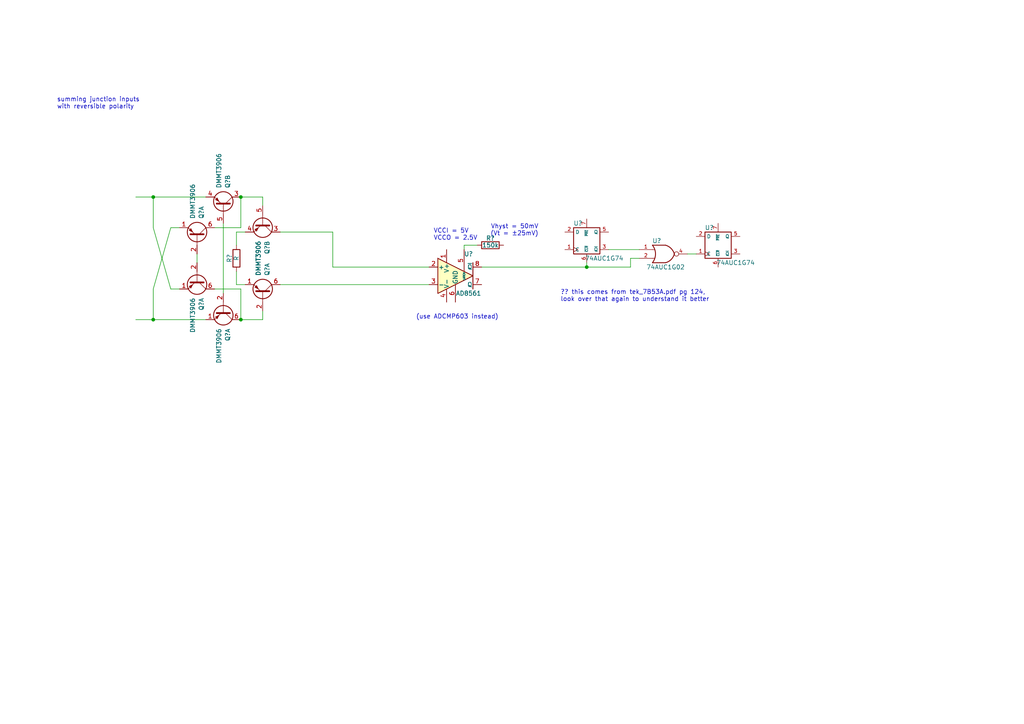
<source format=kicad_sch>
(kicad_sch (version 20200512) (host eeschema "(5.99.0-1651-g301ac3461)")
  (page 1 1)
  (paper "A4")
  (lib_symbols
    (symbol "74xGxx:74AUC1G02"
      (property "Reference" "U" (at -2.54 3.81 0))
      (property "Value" "74AUC1G02" (at 0 -3.81 0))
      (symbol "74AUC1G02_0_1"
        (arc (start -3.81 2.54) (end -3.81 -2.54) (radius (at -6.985 0) (length 4.064) (angles 38.6 -38.6)) (stroke (width 0.254)))
        (arc (start 0 2.54) (end 2.54 0) (radius (at -0.9652 -0.9398) (length 3.6068) (angles 74.4 15)) (stroke (width 0.254)))
        (arc (start 0 -2.54) (end 2.54 0) (radius (at -0.9652 0.9398) (length 3.6068) (angles -74.4 -15)) (stroke (width 0.254)))
        (polyline (pts (xy -3.81 -1.27) (xy -3.175 -1.27)))
        (polyline (pts (xy -3.81 1.27) (xy -3.175 1.27)))
        (polyline (pts (xy 0 -2.54) (xy -3.81 -2.54)) (stroke (width 0.254)) (fill (type background)))
        (polyline (pts (xy 0 2.54) (xy -3.81 2.54)) (stroke (width 0.254)) (fill (type background)))
      )
      (symbol "74AUC1G02_1_1"
        (pin input line (at -7.62 1.27 0) (length 3.81) (name "~") (number "1"))
        (pin input line (at -7.62 -1.27 0) (length 3.81) (name "~") (number "2"))
        (pin power_in line (at 0 -2.54 270) (length 0) (name "GND") (number "3") hide)
        (pin output inverted (at 6.35 0 180) (length 3.81) (name "~") (number "4"))
        (pin power_in line (at 0 2.54 90) (length 0) (name "VCC") (number "5") hide)
      )
    )
    (symbol "74xGxx:74AUC1G74"
      (property "Reference" "U" (at -2.54 5.08 0))
      (property "Value" "74AUC1G74" (at 5.08 -5.08 0))
      (symbol "74AUC1G74_0_1"
        (rectangle (start -3.81 3.81) (end 3.81 -3.81) (stroke (width 0.254)))
      )
      (symbol "74AUC1G74_1_1"
        (pin input clock (at -6.35 -2.54 0) (length 2.54) (name "C") (number "1"))
        (pin input line (at -6.35 2.54 0) (length 2.54) (name "D") (number "2"))
        (pin output line (at 6.35 -2.54 180) (length 2.54) (name "~Q") (number "3"))
        (pin power_in line (at -3.81 -3.81 270) (length 0) (name "GND") (number "4") hide)
        (pin output line (at 6.35 2.54 180) (length 2.54) (name "Q") (number "5"))
        (pin input line (at 0 -6.35 90) (length 2.54) (name "~CLR") (number "6"))
        (pin input line (at 0 6.35 270) (length 2.54) (name "~PRE") (number "7"))
        (pin power_in line (at -3.81 3.81 90) (length 0) (name "VCC") (number "8") hide)
      )
    )
    (symbol "Comparator:AD8561" (pin_names (offset 0.127))
      (property "Reference" "U" (at 3.81 6.35 0))
      (property "Value" "AD8561" (at 3.81 -5.08 0))
      (symbol "AD8561_0_1"
        (polyline (pts (xy 5.08 3.81) (xy 5.08 -3.81)) (stroke (width 0.254)))
        (polyline (pts (xy -5.08 5.08) (xy 5.08 0) (xy -5.08 -5.08) (xy -5.08 5.08)) (stroke (width 0.254)) (fill (type background)))
      )
      (symbol "AD8561_1_1"
        (pin power_in line (at -2.54 7.62 270) (length 3.81) (name "V+") (number "1"))
        (pin input line (at -7.62 2.54 0) (length 2.54) (name "+") (number "2"))
        (pin input line (at -7.62 -2.54 0) (length 2.54) (name "-") (number "3"))
        (pin power_in line (at -2.54 -7.62 90) (length 3.81) (name "V-") (number "4"))
        (pin input line (at 2.54 7.62 270) (length 6.35) (name "LATCH") (number "5"))
        (pin power_in line (at 0 -7.62 90) (length 5.08) (name "GND") (number "6"))
        (pin output line (at 7.62 -2.54 180) (length 2.54) (name "Q") (number "7"))
        (pin output line (at 7.62 2.54 180) (length 2.54) (name "~Q") (number "8"))
      )
    )
    (symbol "Device:R" (pin_numbers hide) (pin_names (offset 0))
      (property "Reference" "R" (at 2.032 0 90))
      (property "Value" "R" (at 0 0 90))
      (symbol "R_0_1"
        (rectangle (start -1.016 -2.54) (end 1.016 2.54) (stroke (width 0.254)))
      )
      (symbol "R_1_1"
        (pin passive line (at 0 3.81 270) (length 1.27) (name "~") (number "1"))
        (pin passive line (at 0 -3.81 90) (length 1.27) (name "~") (number "2"))
      )
    )
    (symbol "Transistor_BJT:MMDT3906" (pin_names (offset 0) hide)
      (property "Reference" "Q" (at 5.08 1.27 0))
      (property "Value" "MMDT3906" (at 5.08 -1.27 0))
      (symbol "MMDT3906_0_1"
        (circle (center 1.27 0) (radius 2.8194) (stroke (width 0.254)))
        (polyline (pts (xy 0.635 0) (xy -2.54 0)))
        (polyline (pts (xy 0.635 0.635) (xy 2.54 2.54)))
        (polyline (pts (xy 0.635 -0.635) (xy 2.54 -2.54) (xy 2.54 -2.54)))
        (polyline (pts (xy 0.635 1.905) (xy 0.635 -1.905) (xy 0.635 -1.905)) (stroke (width 0.508)))
        (polyline (pts (xy 2.286 -1.778) (xy 1.778 -2.286) (xy 1.27 -1.27) (xy 2.286 -1.778) (xy 2.286 -1.778)) (fill (type outline)))
      )
      (symbol "MMDT3906_1_1"
        (pin passive line (at 2.54 -5.08 90) (length 2.54) (name "E1") (number "1"))
        (pin input line (at -5.08 0 0) (length 2.54) (name "B1") (number "2"))
        (pin passive line (at 2.54 5.08 270) (length 2.54) (name "C1") (number "6"))
      )
      (symbol "MMDT3906_2_1"
        (pin passive line (at 2.54 5.08 270) (length 2.54) (name "C2") (number "3"))
        (pin passive line (at 2.54 -5.08 90) (length 2.54) (name "E2") (number "4"))
        (pin input line (at -5.08 0 0) (length 2.54) (name "B2") (number "5"))
      )
    )
  )
  (junction (at 44.45 57.15))
  (junction (at 44.45 92.71))
  (junction (at 69.85 57.15))
  (junction (at 69.85 92.71))
  (junction (at 170.18 77.47))
  (wire (pts (xy 39.37 57.15) (xy 44.45 57.15)))
  (wire (pts (xy 39.37 92.71) (xy 44.45 92.71)))
  (wire (pts (xy 44.45 57.15) (xy 59.69 57.15)))
  (wire (pts (xy 44.45 66.04) (xy 44.45 57.15)))
  (wire (pts (xy 44.45 83.82) (xy 44.45 92.71)))
  (wire (pts (xy 44.45 92.71) (xy 59.69 92.71)))
  (wire (pts (xy 49.53 66.04) (xy 44.45 83.82)))
  (wire (pts (xy 49.53 83.82) (xy 44.45 66.04)))
  (wire (pts (xy 52.07 66.04) (xy 49.53 66.04)))
  (wire (pts (xy 52.07 83.82) (xy 49.53 83.82)))
  (wire (pts (xy 57.15 76.2) (xy 57.15 73.66)))
  (wire (pts (xy 62.23 66.04) (xy 69.85 66.04)))
  (wire (pts (xy 62.23 83.82) (xy 69.85 83.82)))
  (wire (pts (xy 64.77 85.09) (xy 64.77 64.77)))
  (wire (pts (xy 68.58 67.31) (xy 71.12 67.31)))
  (wire (pts (xy 68.58 71.12) (xy 68.58 67.31)))
  (wire (pts (xy 68.58 82.55) (xy 68.58 78.74)))
  (wire (pts (xy 69.85 57.15) (xy 76.2 57.15)))
  (wire (pts (xy 69.85 66.04) (xy 69.85 57.15)))
  (wire (pts (xy 69.85 83.82) (xy 69.85 92.71)))
  (wire (pts (xy 71.12 82.55) (xy 68.58 82.55)))
  (wire (pts (xy 76.2 57.15) (xy 76.2 59.69)))
  (wire (pts (xy 76.2 90.17) (xy 76.2 92.71)))
  (wire (pts (xy 76.2 92.71) (xy 69.85 92.71)))
  (wire (pts (xy 81.28 67.31) (xy 96.52 67.31)))
  (wire (pts (xy 96.52 67.31) (xy 96.52 77.47)))
  (wire (pts (xy 96.52 77.47) (xy 124.46 77.47)))
  (wire (pts (xy 124.46 82.55) (xy 81.28 82.55)))
  (wire (pts (xy 134.62 71.12) (xy 138.43 71.12)))
  (wire (pts (xy 134.62 72.39) (xy 134.62 71.12)))
  (wire (pts (xy 139.7 77.47) (xy 170.18 77.47)))
  (wire (pts (xy 170.18 76.2) (xy 170.18 77.47)))
  (wire (pts (xy 170.18 77.47) (xy 182.88 77.47)))
  (wire (pts (xy 176.53 72.39) (xy 185.42 72.39)))
  (wire (pts (xy 182.88 74.93) (xy 185.42 74.93)))
  (wire (pts (xy 182.88 77.47) (xy 182.88 74.93)))
  (wire (pts (xy 199.39 73.66) (xy 201.93 73.66)))
  (text "summing junction inputs\nwith reversible polarity" (at 16.51 31.75 0) (effects (font (size 1.27 1.27)) (justify left bottom)))
  (text "(use ADCMP603 instead)" (at 120.65 92.71 0) (effects (font (size 1.27 1.27)) (justify left bottom)))
  (text "VCCI = 5V\nVCCO = 2.5V" (at 125.73 69.85 0) (effects (font (size 1.27 1.27)) (justify left bottom)))
  (text "Vhyst = 50mV\n(Vt = ±25mV)" (at 156.21 68.58 180) (effects (font (size 1.27 1.27)) (justify right bottom)))
  (text "?? this comes from tek_7B53A.pdf pg 124,\nlook over that again to understand it better" (at 162.56 87.63 0) (effects (font (size 1.27 1.27)) (justify left bottom)))
  (symbol (lib_id "Device:R") (at 68.58 74.93 180) (unit 1)
    (property "Reference" "R?" (at 66.548 74.93 90))
    (property "Value" "R" (at 68.58 74.93 90))
  )
  (symbol (lib_id "Device:R") (at 142.24 71.12 90) (unit 1)
    (property "Reference" "R?" (at 142.24 69.088 90))
    (property "Value" "150k" (at 142.24 71.12 90))
  )
  (symbol (lib_id "74xGxx:74AUC1G02") (at 193.04 73.66 0) (unit 1)
    (property "Reference" "U?" (at 190.5 69.85 0))
    (property "Value" "74AUC1G02" (at 193.04 77.47 0))
    (property "Datasheet" "http://www.ti.com/lit/sg/scyt129e/scyt129e.pdf" (effects hide))
  )
  (symbol (lib_id "Transistor_BJT:MMDT3906") (at 57.15 68.58 270) (mirror x) (unit 1)
    (property "Reference" "Q?" (at 58.42 63.5 0) (effects (justify left)))
    (property "Value" "DMMT3906" (at 55.88 63.5 0) (effects (justify left)))
    (property "Footprint" "Package_TO_SOT_SMD:SOT-363_SC-70-6" (effects hide))
    (property "Datasheet" "http://www.diodes.com/_files/datasheets/ds30124.pdf" (effects hide))
  )
  (symbol (lib_id "Transistor_BJT:MMDT3906") (at 57.15 81.28 270) (unit 1)
    (property "Reference" "Q?" (at 58.42 86.36 0) (effects (justify left)))
    (property "Value" "DMMT3906" (at 55.88 86.36 0) (effects (justify left)))
    (property "Footprint" "Package_TO_SOT_SMD:SOT-363_SC-70-6" (effects hide))
    (property "Datasheet" "http://www.diodes.com/_files/datasheets/ds30124.pdf" (effects hide))
  )
  (symbol (lib_id "Transistor_BJT:MMDT3906") (at 64.77 59.69 270) (mirror x) (unit 2)
    (property "Reference" "Q?" (at 66.04 54.61 0) (effects (justify left)))
    (property "Value" "DMMT3906" (at 63.5 54.61 0) (effects (justify left)))
    (property "Footprint" "Package_TO_SOT_SMD:SOT-363_SC-70-6" (effects hide))
    (property "Datasheet" "http://www.diodes.com/_files/datasheets/ds30124.pdf" (effects hide))
  )
  (symbol (lib_id "Transistor_BJT:MMDT3906") (at 64.77 90.17 270) (unit 1)
    (property "Reference" "Q?" (at 66.04 95.25 0) (effects (justify left)))
    (property "Value" "DMMT3906" (at 63.5 95.25 0) (effects (justify left)))
    (property "Footprint" "Package_TO_SOT_SMD:SOT-363_SC-70-6" (effects hide))
    (property "Datasheet" "http://www.diodes.com/_files/datasheets/ds30124.pdf" (effects hide))
  )
  (symbol (lib_id "Transistor_BJT:MMDT3906") (at 76.2 64.77 270) (unit 2)
    (property "Reference" "Q?" (at 77.47 69.85 0) (effects (justify left)))
    (property "Value" "DMMT3906" (at 74.93 69.85 0) (effects (justify left)))
    (property "Footprint" "Package_TO_SOT_SMD:SOT-363_SC-70-6" (effects hide))
    (property "Datasheet" "http://www.diodes.com/_files/datasheets/ds30124.pdf" (effects hide))
  )
  (symbol (lib_id "Transistor_BJT:MMDT3906") (at 76.2 85.09 270) (mirror x) (unit 1)
    (property "Reference" "Q?" (at 77.47 80.01 0) (effects (justify left)))
    (property "Value" "DMMT3906" (at 74.93 80.01 0) (effects (justify left)))
    (property "Footprint" "Package_TO_SOT_SMD:SOT-363_SC-70-6" (effects hide))
    (property "Datasheet" "http://www.diodes.com/_files/datasheets/ds30124.pdf" (effects hide))
  )
  (symbol (lib_id "74xGxx:74AUC1G74") (at 170.18 69.85 0) (unit 1)
    (property "Reference" "U?" (at 167.64 64.77 0))
    (property "Value" "74AUC1G74" (at 175.26 74.93 0))
    (property "Datasheet" "http://www.ti.com/lit/sg/scyt129e/scyt129e.pdf" (effects hide))
  )
  (symbol (lib_id "74xGxx:74AUC1G74") (at 208.28 71.12 0) (unit 1)
    (property "Reference" "U?" (at 205.74 66.04 0))
    (property "Value" "74AUC1G74" (at 213.36 76.2 0))
    (property "Datasheet" "http://www.ti.com/lit/sg/scyt129e/scyt129e.pdf" (effects hide))
  )
  (symbol (lib_id "Comparator:AD8561") (at 132.08 80.01 0) (unit 1)
    (property "Reference" "U?" (at 135.89 73.66 0))
    (property "Value" "AD8561" (at 135.89 85.09 0))
    (property "Datasheet" "https://www.analog.com/media/en/technical-documentation/data-sheets/ad8561.pdf" (effects hide))
  )
)
</source>
